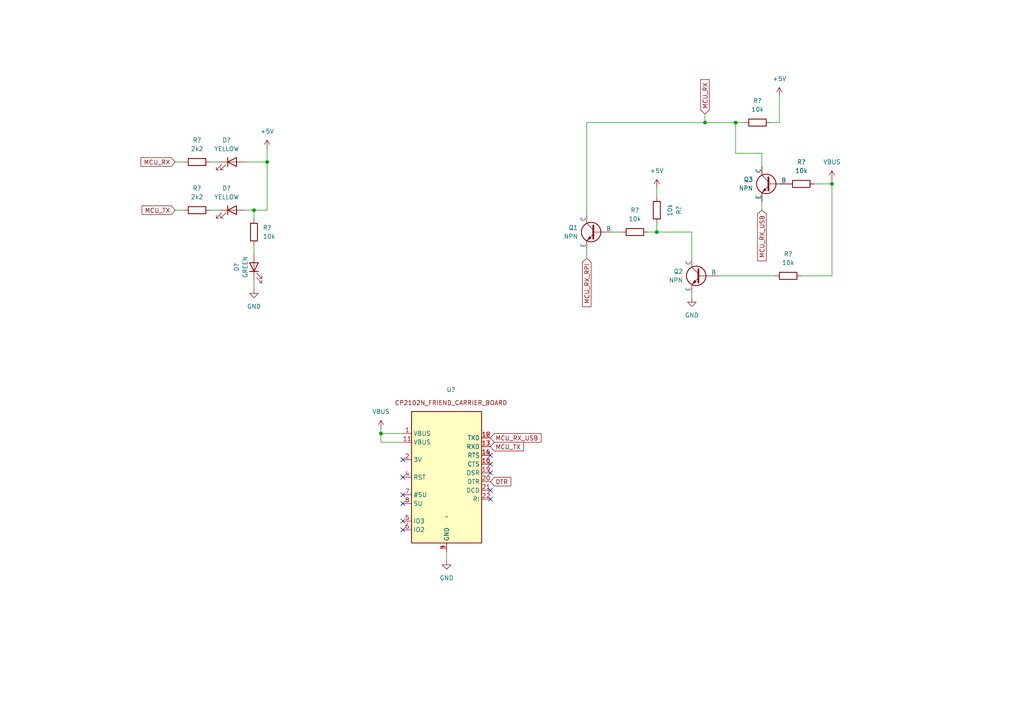
<source format=kicad_sch>
(kicad_sch (version 20230121) (generator eeschema)
  (paper "A4")
  (lib_symbols
    (symbol "Device:LED" (pin_numbers hide) (pin_names (offset 1.016) hide)
      (property "Reference" "D" (at 0 2.54 0))
      (property "Value" "LED" (at 0 -2.54 0))
      (symbol "LED_0_1"
        (polyline (pts (xy -1.27 -1.27) (xy -1.27 1.27)) (stroke (width 0.254)))
        (polyline (pts (xy -1.27 0) (xy 1.27 0)))
        (polyline (pts (xy 1.27 -1.27) (xy 1.27 1.27) (xy -1.27 0) (xy 1.27 -1.27)) (stroke (width 0.254)))
        (polyline (pts (xy -3.048 -0.762) (xy -4.572 -2.286) (xy -3.81 -2.286) (xy -4.572 -2.286) (xy -4.572 -1.524)))
        (polyline (pts (xy -1.778 -0.762) (xy -3.302 -2.286) (xy -2.54 -2.286) (xy -3.302 -2.286) (xy -3.302 -1.524)))
      )
      (symbol "LED_1_1"
        (pin passive line (at -3.81 0 0) (length 2.54) (name "K") (number "1"))
        (pin passive line (at 3.81 0 180) (length 2.54) (name "A") (number "2"))
      )
    )
    (symbol "Device:R" (pin_numbers hide) (pin_names (offset 0))
      (property "Reference" "R" (at 2.032 0 90))
      (property "Value" "R" (at 0 0 90))
      (symbol "R_0_1"
        (rectangle (start -1.016 -2.54) (end 1.016 2.54) (stroke (width 0.254)))
      )
      (symbol "R_1_1"
        (pin passive line (at 0 3.81 270) (length 1.27) (name "~") (number "1"))
        (pin passive line (at 0 -3.81 90) (length 1.27) (name "~") (number "2"))
      )
    )
    (symbol "Pen_Plotter_Lib:CP2102N_FRIEND_CARRIER_BOARD"
      (property "Reference" "U" (at -8.89 22.86 0))
      (symbol "CP2102N_FRIEND_CARRIER_BOARD_0_1"
        (rectangle (start -10.16 17.78) (end 10.16 -20.32) (stroke (width 0.254)) (fill (type background)))
      )
      (symbol "CP2102N_FRIEND_CARRIER_BOARD_1_1"
        (text "CP2102N_FRIEND_CARRIER_BOARD" (at 1.27 20.32 0) (effects (font (size 1.27 1.27))))
        (pin power_out line (at -12.7 11.43 0) (length 2.54) (name "VBUS") (number "1"))
        (pin input line (at 12.7 2.54 180) (length 2.54) (name "CTS") (number "10"))
        (pin power_out line (at -12.7 8.89 0) (length 2.54) (name "VBUS") (number "11"))
        (pin output line (at 12.7 10.16 180) (length 2.54) (name "TXD") (number "12"))
        (pin input line (at 12.7 7.62 180) (length 2.54) (name "RXD") (number "13"))
        (pin output line (at 12.7 5.08 180) (length 2.54) (name "RTS") (number "14"))
        (pin input line (at 12.7 2.54 180) (length 2.54) (name "CTS") (number "15"))
        (pin output line (at 12.7 5.08 180) (length 2.54) (name "RTS") (number "16"))
        (pin input line (at 12.7 7.62 180) (length 2.54) (name "RXD") (number "17"))
        (pin output line (at 12.7 10.16 180) (length 2.54) (name "TXD") (number "18"))
        (pin input line (at 12.7 0 180) (length 2.54) (name "DSR") (number "19"))
        (pin power_out line (at -12.7 3.81 0) (length 2.54) (name "3V") (number "2"))
        (pin output line (at 12.7 -2.54 180) (length 2.54) (name "DTR") (number "20"))
        (pin input line (at 12.7 -5.08 180) (length 2.54) (name "DCD") (number "21"))
        (pin bidirectional line (at 12.7 -7.62 180) (length 2.54) (name "RI") (number "22"))
        (pin power_out line (at 0 -22.86 90) (length 2.54) (name "GND") (number "3"))
        (pin input line (at -12.7 -1.27 0) (length 2.54) (name "RST") (number "4"))
        (pin bidirectional line (at -12.7 -13.97 0) (length 2.54) (name "IO3") (number "5"))
        (pin bidirectional line (at -12.7 -16.51 0) (length 2.54) (name "IO2") (number "6"))
        (pin input line (at -12.7 -6.35 0) (length 2.54) (name "#SU") (number "7"))
        (pin input line (at -12.7 -8.89 0) (length 2.54) (name "SU") (number "8"))
        (pin power_out line (at 0 -22.86 90) (length 2.54) (name "GND") (number "9"))
      )
    )
    (symbol "Simulation_SPICE:NPN" (pin_numbers hide) (pin_names (offset 0))
      (property "Reference" "Q" (at -2.54 7.62 0))
      (property "Value" "NPN" (at -2.54 5.08 0))
      (symbol "NPN_0_1"
        (polyline (pts (xy -2.54 0) (xy 0.635 0)) (stroke (width 0.1524)))
        (polyline (pts (xy 0.635 0.635) (xy 2.54 2.54)))
        (polyline (pts (xy 2.794 -1.27) (xy 2.794 -1.27)) (stroke (width 0.1524)))
        (polyline (pts (xy 2.794 -1.27) (xy 2.794 -1.27)) (stroke (width 0.1524)))
        (polyline (pts (xy 0.635 -0.635) (xy 2.54 -2.54) (xy 2.54 -2.54)))
        (polyline (pts (xy 0.635 1.905) (xy 0.635 -1.905) (xy 0.635 -1.905)) (stroke (width 0.508)))
        (polyline (pts (xy 1.27 -1.778) (xy 1.778 -1.27) (xy 2.286 -2.286) (xy 1.27 -1.778) (xy 1.27 -1.778)) (fill (type outline)))
        (circle (center 1.27 0) (radius 2.8194) (stroke (width 0.254)))
      )
      (symbol "NPN_1_1"
        (pin open_collector line (at 2.54 5.08 270) (length 2.54) (name "C") (number "1"))
        (pin input line (at -5.08 0 0) (length 2.54) (name "B") (number "2"))
        (pin open_emitter line (at 2.54 -5.08 90) (length 2.54) (name "E") (number "3"))
      )
    )
    (symbol "power:+5V" (power) (pin_names (offset 0))
      (property "Value" "+5V" (at 0 3.556 0))
      (symbol "+5V_0_1"
        (polyline (pts (xy -0.762 1.27) (xy 0 2.54)))
        (polyline (pts (xy 0 0) (xy 0 2.54)))
        (polyline (pts (xy 0 2.54) (xy 0.762 1.27)))
      )
      (symbol "+5V_1_1"
        (pin power_in line (at 0 0 90) (length 0) hide (name "+5V") (number "1"))
      )
    )
    (symbol "power:GND" (power) (pin_names (offset 0))
      (property "Value" "GND" (at 0 -3.81 0))
      (symbol "GND_0_1"
        (polyline (pts (xy 0 0) (xy 0 -1.27) (xy 1.27 -1.27) (xy 0 -2.54) (xy -1.27 -1.27) (xy 0 -1.27)))
      )
      (symbol "GND_1_1"
        (pin power_in line (at 0 0 270) (length 0) hide (name "GND") (number "1"))
      )
    )
    (symbol "power:VBUS" (power) (pin_names (offset 0))
      (property "Value" "VBUS" (at 0 3.81 0))
      (symbol "VBUS_0_1"
        (polyline (pts (xy -0.762 1.27) (xy 0 2.54)))
        (polyline (pts (xy 0 0) (xy 0 2.54)))
        (polyline (pts (xy 0 2.54) (xy 0.762 1.27)))
      )
      (symbol "VBUS_1_1"
        (pin power_in line (at 0 0 90) (length 0) hide (name "VBUS") (number "1"))
      )
    )
  )
  (junction (at 241.3 53.34))
  (junction (at 110.49 125.73))
  (junction (at 190.5 67.31))
  (junction (at 204.47 35.56))
  (junction (at 77.47 46.99))
  (junction (at 73.66 60.96))
  (junction (at 213.36 35.56))
  (no_connect (at 142.24 144.78))
  (no_connect (at 116.84 143.51))
  (no_connect (at 142.24 134.62))
  (no_connect (at 142.24 137.16))
  (no_connect (at 116.84 146.05))
  (no_connect (at 116.84 151.13))
  (no_connect (at 116.84 133.35))
  (no_connect (at 142.24 132.08))
  (no_connect (at 116.84 138.43))
  (no_connect (at 116.84 153.67))
  (no_connect (at 142.24 142.24))
  (wire (pts (xy 204.47 35.56) (xy 204.47 33.02)))
  (wire (pts (xy 77.47 46.99) (xy 77.47 60.96)))
  (wire (pts (xy 213.36 35.56) (xy 204.47 35.56)))
  (wire (pts (xy 200.66 85.09) (xy 200.66 86.36)))
  (wire (pts (xy 77.47 46.99) (xy 71.12 46.99)))
  (wire (pts (xy 232.41 80.01) (xy 241.3 80.01)))
  (wire (pts (xy 60.96 46.99) (xy 63.5 46.99)))
  (wire (pts (xy 73.66 81.28) (xy 73.66 83.82)))
  (wire (pts (xy 129.54 160.02) (xy 129.54 162.56)))
  (wire (pts (xy 50.8 60.96) (xy 53.34 60.96)))
  (wire (pts (xy 190.5 67.31) (xy 200.66 67.31)))
  (wire (pts (xy 110.49 125.73) (xy 110.49 124.46)))
  (wire (pts (xy 170.18 62.23) (xy 170.18 35.56)))
  (wire (pts (xy 170.18 35.56) (xy 204.47 35.56)))
  (wire (pts (xy 215.9 35.56) (xy 213.36 35.56)))
  (wire (pts (xy 73.66 60.96) (xy 71.12 60.96)))
  (wire (pts (xy 220.98 44.45) (xy 213.36 44.45)))
  (wire (pts (xy 110.49 128.27) (xy 110.49 125.73)))
  (wire (pts (xy 226.06 27.94) (xy 226.06 35.56)))
  (wire (pts (xy 77.47 60.96) (xy 73.66 60.96)))
  (wire (pts (xy 60.96 60.96) (xy 63.5 60.96)))
  (wire (pts (xy 116.84 128.27) (xy 110.49 128.27)))
  (wire (pts (xy 220.98 58.42) (xy 220.98 60.96)))
  (wire (pts (xy 226.06 35.56) (xy 223.52 35.56)))
  (wire (pts (xy 241.3 52.07) (xy 241.3 53.34)))
  (wire (pts (xy 200.66 67.31) (xy 200.66 74.93)))
  (wire (pts (xy 208.28 80.01) (xy 224.79 80.01)))
  (wire (pts (xy 50.8 46.99) (xy 53.34 46.99)))
  (wire (pts (xy 116.84 125.73) (xy 110.49 125.73)))
  (wire (pts (xy 187.96 67.31) (xy 190.5 67.31)))
  (wire (pts (xy 190.5 54.61) (xy 190.5 57.15)))
  (wire (pts (xy 77.47 43.18) (xy 77.47 46.99)))
  (wire (pts (xy 241.3 53.34) (xy 241.3 80.01)))
  (wire (pts (xy 213.36 44.45) (xy 213.36 35.56)))
  (wire (pts (xy 190.5 64.77) (xy 190.5 67.31)))
  (wire (pts (xy 73.66 71.12) (xy 73.66 73.66)))
  (wire (pts (xy 220.98 48.26) (xy 220.98 44.45)))
  (wire (pts (xy 241.3 53.34) (xy 236.22 53.34)))
  (wire (pts (xy 177.8 67.31) (xy 180.34 67.31)))
  (wire (pts (xy 73.66 60.96) (xy 73.66 63.5)))
  (wire (pts (xy 170.18 72.39) (xy 170.18 74.93)))
  (global_label "DTR" (shape input) (at 142.24 139.7 0) (property "Intersheetrefs" "${INTERSHEET_REFS}" (effects hide)))
  (global_label "MCU_RX_USB" (shape input) (at 220.98 60.96 270) (property "Intersheetrefs" "${INTERSHEET_REFS}" (effects hide)))
  (global_label "MCU_RX" (shape input) (at 204.47 33.02 90) (property "Intersheetrefs" "${INTERSHEET_REFS}" (effects hide)))
  (global_label "MCU_TX" (shape input) (at 50.8 60.96 180) (property "Intersheetrefs" "${INTERSHEET_REFS}" (effects hide)))
  (global_label "MCU_TX" (shape input) (at 142.24 129.54 0) (property "Intersheetrefs" "${INTERSHEET_REFS}" (effects hide)))
  (global_label "MCU_RX_USB" (shape input) (at 142.24 127 0) (property "Intersheetrefs" "${INTERSHEET_REFS}" (effects hide)))
  (global_label "MCU_RX" (shape input) (at 50.8 46.99 180) (property "Intersheetrefs" "${INTERSHEET_REFS}" (effects hide)))
  (global_label "MCU_RX_RPI" (shape input) (at 170.18 74.93 270) (property "Intersheetrefs" "${INTERSHEET_REFS}" (effects hide)))
  (symbol (lib_id "Device:R") (at 190.5 60.96 0) (mirror x) (unit 1)
    (property "Reference" "R?" (at 196.85 60.96 90))
    (property "Value" "10k" (at 194.31 60.96 90))
    (property "Footprint" "Pen_Plotter_Lib:THT_RESISTOR_WITH_VALUE" (effects hide))
    (instances (project "Pen_Plotter_RPI_Hat_V2" (path "" (reference "R?") (unit 1)) (path "" (reference "R11") (unit 1))))
  )
  (symbol (lib_id "Device:R") (at 57.15 46.99 90) (unit 1)
    (property "Reference" "R?" (at 57.15 40.64 90))
    (property "Value" "2k2" (at 57.15 43.18 90))
    (property "Footprint" "Pen_Plotter_Lib:THT_RESISTOR_WITH_VALUE" (effects hide))
    (instances (project "Pen_Plotter_RPI_Hat_V2" (path "" (reference "R?") (unit 1)) (path "" (reference "R7") (unit 1))))
  )
  (symbol (lib_id "Simulation_SPICE:NPN") (at 223.52 53.34 0) (mirror y) (unit 1)
    (property "Reference" "Q3" (at 218.44 52.07 0) (effects (justify left)))
    (property "Value" "NPN" (at 218.44 54.61 0) (effects (justify left)))
    (property "Sim.Device" "NPN" (effects hide))
    (property "Sim.Type" "GUMMELPOON" (effects hide))
    (property "Sim.Pins" "1=C 2=B 3=E" (effects hide))
  )
  (symbol (lib_id "power:+5V") (at 190.5 54.61 0) (unit 1)
    (property "Reference" "#PWR?" (effects hide))
    (property "Value" "+5V" (at 190.5 49.53 0))
    (instances (project "Pen_Plotter_RPI_Hat_V2" (path "" (reference "#PWR?") (unit 1)) (path "" (reference "#PWR047") (unit 1))))
  )
  (symbol (lib_id "power:+5V") (at 226.06 27.94 0) (unit 1)
    (property "Reference" "#PWR?" (effects hide))
    (property "Value" "+5V" (at 226.06 22.86 0))
    (instances (project "Pen_Plotter_RPI_Hat_V2" (path "" (reference "#PWR?") (unit 1)) (path "" (reference "#PWR049") (unit 1))))
  )
  (symbol (lib_id "power:GND") (at 200.66 86.36 0) (unit 1)
    (property "Reference" "#PWR?" (effects hide))
    (property "Value" "GND" (at 200.66 91.44 0))
    (instances (project "Pen_Plotter_RPI_Hat_V2" (path "" (reference "#PWR?") (unit 1)) (path "" (reference "#PWR048") (unit 1))))
  )
  (symbol (lib_id "Device:LED") (at 67.31 46.99 0) (unit 1)
    (property "Reference" "D?" (at 65.7225 40.64 0))
    (property "Value" "YELLOW" (at 65.7225 43.18 0))
    (property "Footprint" "LED_THT:LED_D5.0mm" (effects hide))
    (instances (project "Pen_Plotter_RPI_Hat_V2" (path "" (reference "D?") (unit 1)) (path "" (reference "D6") (unit 1))))
  )
  (symbol (lib_id "Device:R") (at 232.41 53.34 90) (unit 1)
    (property "Reference" "R?" (at 232.41 46.99 90))
    (property "Value" "10k" (at 232.41 49.53 90))
    (property "Footprint" "Pen_Plotter_Lib:THT_RESISTOR_WITH_VALUE" (effects hide))
    (instances (project "Pen_Plotter_RPI_Hat_V2" (path "" (reference "R?") (unit 1)) (path "" (reference "R14") (unit 1))))
  )
  (symbol (lib_id "power:VBUS") (at 241.3 52.07 0) (unit 1)
    (property "Reference" "#PWR?" (effects hide))
    (property "Value" "VBUS" (at 241.3 46.99 0))
    (instances (project "Pen_Plotter_RPI_Hat_V2" (path "" (reference "#PWR?") (unit 1)) (path "" (reference "#PWR050") (unit 1))))
  )
  (symbol (lib_id "Device:R") (at 184.15 67.31 270) (mirror x) (unit 1)
    (property "Reference" "R?" (at 184.15 60.96 90))
    (property "Value" "10k" (at 184.15 63.5 90))
    (property "Footprint" "Pen_Plotter_Lib:THT_RESISTOR_WITH_VALUE" (effects hide))
    (instances (project "Pen_Plotter_RPI_Hat_V2" (path "" (reference "R?") (unit 1)) (path "" (reference "R10") (unit 1))))
  )
  (symbol (lib_id "Device:R") (at 73.66 67.31 0) (unit 1)
    (property "Reference" "R?" (at 76.2 66.04 0) (effects (justify left)))
    (property "Value" "10k" (at 76.2 68.58 0) (effects (justify left)))
    (property "Footprint" "Pen_Plotter_Lib:THT_RESISTOR_WITH_VALUE" (effects hide))
    (instances (project "Pen_Plotter_RPI_Hat_V2" (path "" (reference "R?") (unit 1)) (path "" (reference "R9") (unit 1))))
  )
  (symbol (lib_id "Pen_Plotter_Lib:CP2102N_FRIEND_CARRIER_BOARD") (at 129.54 137.16 0) (unit 1)
    (property "Reference" "U?" (at 130.81 113.03 0))
    (property "Value" "~" (at 129.54 149.86 0))
    (property "Footprint" "Pen_Plotter_Lib:CP2102N_FRIEND_CARRIER_BOARD_SMD" (effects hide))
    (instances (project "Pen_Plotter_RPI_Hat_V2" (path "" (reference "U?") (unit 1)) (path "" (reference "U9") (unit 1))))
  )
  (symbol (lib_id "power:VBUS") (at 110.49 124.46 0) (unit 1)
    (property "Reference" "#PWR?" (effects hide))
    (property "Value" "VBUS" (at 110.49 119.38 0))
    (instances (project "Pen_Plotter_RPI_Hat_V2" (path "" (reference "#PWR?") (unit 1)) (path "" (reference "#PWR045") (unit 1))))
  )
  (symbol (lib_id "Device:R") (at 228.6 80.01 90) (unit 1)
    (property "Reference" "R?" (at 228.6 73.66 90))
    (property "Value" "10k" (at 228.6 76.2 90))
    (property "Footprint" "Pen_Plotter_Lib:THT_RESISTOR_WITH_VALUE" (effects hide))
    (instances (project "Pen_Plotter_RPI_Hat_V2" (path "" (reference "R?") (unit 1)) (path "" (reference "R13") (unit 1))))
  )
  (symbol (lib_id "power:GND") (at 73.66 83.82 0) (unit 1)
    (property "Reference" "#PWR?" (effects hide))
    (property "Value" "GND" (at 73.66 88.9 0))
    (instances (project "Pen_Plotter_RPI_Hat_V2" (path "" (reference "#PWR?") (unit 1)) (path "" (reference "#PWR043") (unit 1))))
  )
  (symbol (lib_id "Simulation_SPICE:NPN") (at 203.2 80.01 0) (mirror y) (unit 1)
    (property "Reference" "Q2" (at 198.12 78.74 0) (effects (justify left)))
    (property "Value" "NPN" (at 198.12 81.28 0) (effects (justify left)))
    (property "Sim.Device" "NPN" (effects hide))
    (property "Sim.Type" "GUMMELPOON" (effects hide))
    (property "Sim.Pins" "1=C 2=B 3=E" (effects hide))
  )
  (symbol (lib_id "Device:R") (at 57.15 60.96 90) (unit 1)
    (property "Reference" "R?" (at 57.15 54.61 90))
    (property "Value" "2k2" (at 57.15 57.15 90))
    (property "Footprint" "Pen_Plotter_Lib:THT_RESISTOR_WITH_VALUE" (effects hide))
    (instances (project "Pen_Plotter_RPI_Hat_V2" (path "" (reference "R?") (unit 1)) (path "" (reference "R8") (unit 1))))
  )
  (symbol (lib_id "power:GND") (at 129.54 162.56 0) (unit 1)
    (property "Reference" "#PWR?" (effects hide))
    (property "Value" "GND" (at 129.54 167.64 0))
    (instances (project "Pen_Plotter_RPI_Hat_V2" (path "" (reference "#PWR?") (unit 1)) (path "" (reference "#PWR046") (unit 1))))
  )
  (symbol (lib_id "Device:LED") (at 73.66 77.47 90) (unit 1)
    (property "Reference" "D?" (at 68.58 77.47 0))
    (property "Value" "GREEN" (at 71.12 77.47 0))
    (property "Footprint" "LED_THT:LED_D5.0mm" (effects hide))
    (instances (project "Pen_Plotter_RPI_Hat_V2" (path "" (reference "D?") (unit 1)) (path "" (reference "D8") (unit 1))))
  )
  (symbol (lib_id "Simulation_SPICE:NPN") (at 172.72 67.31 0) (mirror y) (unit 1)
    (property "Reference" "Q1" (at 167.64 66.04 0) (effects (justify left)))
    (property "Value" "NPN" (at 167.64 68.58 0) (effects (justify left)))
    (property "Sim.Device" "NPN" (effects hide))
    (property "Sim.Type" "GUMMELPOON" (effects hide))
    (property "Sim.Pins" "1=C 2=B 3=E" (effects hide))
  )
  (symbol (lib_id "Device:LED") (at 67.31 60.96 0) (unit 1)
    (property "Reference" "D?" (at 65.7225 54.61 0))
    (property "Value" "YELLOW" (at 65.7225 57.15 0))
    (property "Footprint" "LED_THT:LED_D5.0mm" (effects hide))
    (instances (project "Pen_Plotter_RPI_Hat_V2" (path "" (reference "D?") (unit 1)) (path "" (reference "D7") (unit 1))))
  )
  (symbol (lib_id "power:+5V") (at 77.47 43.18 0) (unit 1)
    (property "Reference" "#PWR?" (effects hide))
    (property "Value" "+5V" (at 77.47 38.1 0))
    (instances (project "Pen_Plotter_RPI_Hat_V2" (path "" (reference "#PWR?") (unit 1)) (path "" (reference "#PWR044") (unit 1))))
  )
  (symbol (lib_id "Device:R") (at 219.71 35.56 90) (unit 1)
    (property "Reference" "R?" (at 219.71 29.21 90))
    (property "Value" "10k" (at 219.71 31.75 90))
    (property "Footprint" "Pen_Plotter_Lib:THT_RESISTOR_WITH_VALUE" (effects hide))
    (instances (project "Pen_Plotter_RPI_Hat_V2" (path "" (reference "R?") (unit 1)) (path "" (reference "R12") (unit 1))))
  )
)
</source>
